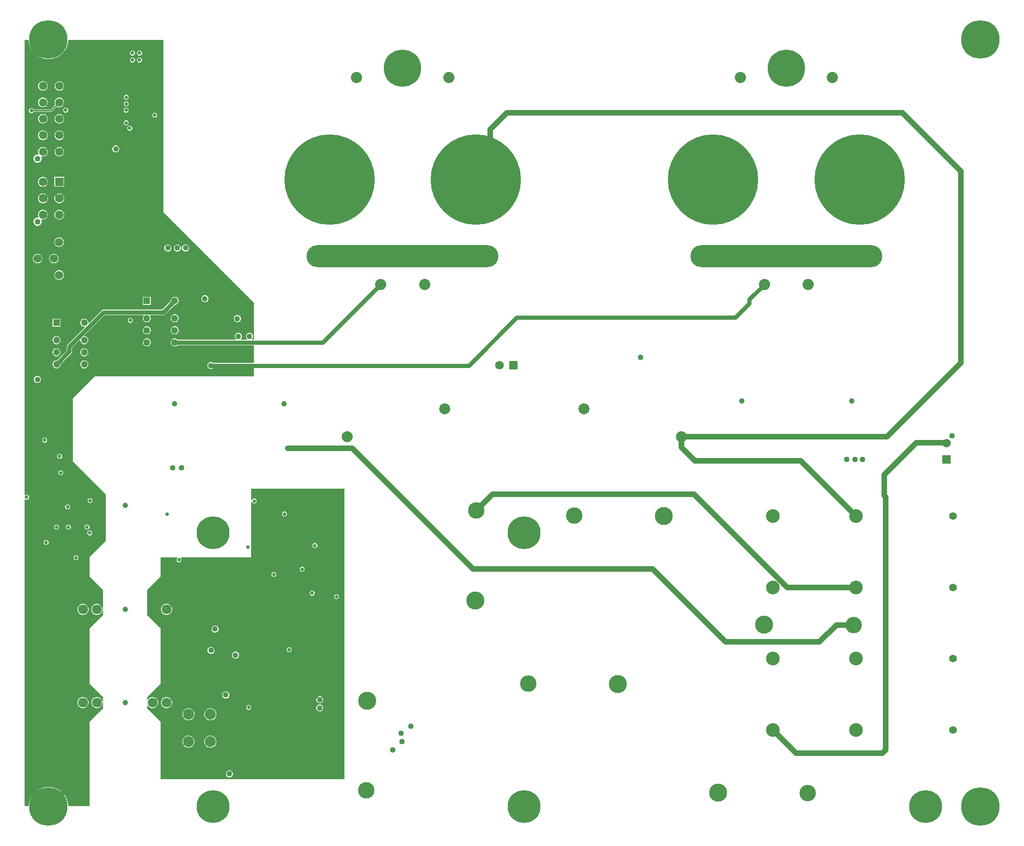
<source format=gbr>
%TF.GenerationSoftware,Altium Limited,Altium Designer,24.2.2 (26)*%
G04 Layer_Physical_Order=2*
G04 Layer_Color=36540*
%FSLAX45Y45*%
%MOMM*%
%TF.SameCoordinates,E62911D3-7CC7-41A5-B2DD-A777233C8753*%
%TF.FilePolarity,Positive*%
%TF.FileFunction,Copper,L2,Inr,Signal*%
%TF.Part,Single*%
G01*
G75*
%TA.AperFunction,Conductor*%
%ADD52C,0.25400*%
%ADD54C,1.01600*%
%ADD55C,0.76200*%
%TA.AperFunction,ComponentPad*%
%ADD56C,3.30000*%
%ADD57C,3.00000*%
%ADD58C,7.00000*%
%ADD59C,6.00000*%
%ADD60C,1.40000*%
%ADD61C,2.50000*%
%ADD62O,35.00000X4.00000*%
%ADD63C,2.03200*%
%ADD64C,6.80000*%
%ADD65C,16.50000*%
%ADD66C,1.52400*%
%TA.AperFunction,WasherPad*%
%ADD67C,1.00000*%
%TA.AperFunction,ComponentPad*%
%ADD68C,2.00000*%
%ADD69C,1.57000*%
%ADD70R,1.57000X1.57000*%
%ADD71C,1.80000*%
%ADD72R,1.25000X1.25000*%
%ADD73C,1.25000*%
%ADD74R,1.57000X1.57000*%
%ADD75C,1.02000*%
%ADD76C,1.52000*%
%TA.AperFunction,ViaPad*%
%ADD78C,0.63500*%
%ADD79C,1.01600*%
G36*
X2600000Y11350000D02*
X4250000Y9700000D01*
Y9019205D01*
X4212069D01*
X4206808Y9031905D01*
X4219433Y9044530D01*
X4229100Y9067869D01*
Y9093131D01*
X4219433Y9116470D01*
X4201570Y9134333D01*
X4178231Y9144000D01*
X4152969D01*
X4129630Y9134333D01*
X4111767Y9116470D01*
X4102100Y9093131D01*
Y9067869D01*
X4111767Y9044530D01*
X4124392Y9031905D01*
X4119131Y9019205D01*
X4008869D01*
X4003608Y9031905D01*
X4016233Y9044530D01*
X4025900Y9067869D01*
Y9093131D01*
X4016233Y9116470D01*
X3998370Y9134333D01*
X3975031Y9144000D01*
X3949769D01*
X3926430Y9134333D01*
X3908567Y9116470D01*
X3898900Y9093131D01*
Y9067869D01*
X3908567Y9044530D01*
X3921192Y9031905D01*
X3915931Y9019205D01*
X2857551D01*
X2848614Y9028142D01*
X2832046Y9037708D01*
X2813566Y9042660D01*
X2794434D01*
X2775954Y9037708D01*
X2759386Y9028142D01*
X2745858Y9014614D01*
X2736292Y8998046D01*
X2731340Y8979566D01*
Y8960434D01*
X2736292Y8941954D01*
X2745858Y8925386D01*
X2759386Y8911858D01*
X2775954Y8902292D01*
X2794434Y8897340D01*
X2813566D01*
X2832046Y8902292D01*
X2848614Y8911858D01*
X2857551Y8920795D01*
X4250000D01*
Y8598505D01*
X3501535D01*
X3496908Y8603133D01*
X3473569Y8612800D01*
X3448307D01*
X3424968Y8603133D01*
X3407105Y8585270D01*
X3397438Y8561931D01*
Y8536669D01*
X3407105Y8513330D01*
X3424968Y8495467D01*
X3448307Y8485800D01*
X3473569D01*
X3496908Y8495467D01*
X3501535Y8500095D01*
X4250000D01*
Y8350000D01*
X1350000D01*
X950000Y7950000D01*
Y6800000D01*
X1550000Y6200000D01*
Y5350000D01*
X1250000Y5050000D01*
Y4700000D01*
X1500000Y4450000D01*
X1500000Y4000000D01*
X1250000Y3750000D01*
Y2750000D01*
X1500000Y2500000D01*
Y2300000D01*
X1250000Y2050000D01*
Y511255D01*
X860160D01*
Y528345D01*
X851292Y584338D01*
X833774Y638253D01*
X808037Y688765D01*
X774715Y734629D01*
X734629Y774715D01*
X688765Y808037D01*
X638253Y833774D01*
X584338Y851292D01*
X528345Y860160D01*
X471655D01*
X415662Y851292D01*
X361747Y833774D01*
X311235Y808037D01*
X265371Y774715D01*
X225285Y734629D01*
X191963Y688765D01*
X166226Y638253D01*
X148708Y584338D01*
X139840Y528345D01*
Y511255D01*
X61338D01*
Y6106240D01*
X74038Y6111500D01*
X76421Y6109117D01*
X92758Y6102350D01*
X110442D01*
X126779Y6109117D01*
X139283Y6121621D01*
X146050Y6137958D01*
Y6155642D01*
X139283Y6171979D01*
X126779Y6184483D01*
X110442Y6191250D01*
X92758D01*
X76421Y6184483D01*
X74038Y6182100D01*
X61338Y6187360D01*
Y14488745D01*
X139840D01*
Y14471655D01*
X148708Y14415662D01*
X166226Y14361746D01*
X191963Y14311235D01*
X225285Y14265372D01*
X265371Y14225285D01*
X311235Y14191963D01*
X361747Y14166226D01*
X415662Y14148708D01*
X471655Y14139841D01*
X528345D01*
X584338Y14148708D01*
X638253Y14166226D01*
X688765Y14191963D01*
X734629Y14225285D01*
X774715Y14265372D01*
X808037Y14311235D01*
X833774Y14361746D01*
X851292Y14415662D01*
X860160Y14471655D01*
Y14488745D01*
X2600000D01*
Y11350000D01*
D02*
G37*
G36*
X5900000Y1000000D02*
X2550000D01*
Y2050000D01*
X2300000Y2300000D01*
Y2347485D01*
X2312700Y2350888D01*
X2319852Y2338500D01*
X2338500Y2319852D01*
X2361340Y2306666D01*
X2386814Y2299840D01*
X2413186D01*
X2438660Y2306666D01*
X2461500Y2319852D01*
X2480148Y2338500D01*
X2493334Y2361340D01*
X2500160Y2386814D01*
Y2413186D01*
X2493334Y2438660D01*
X2480148Y2461500D01*
X2461500Y2480148D01*
X2438660Y2493334D01*
X2413186Y2500160D01*
X2386814D01*
X2361340Y2493334D01*
X2338500Y2480148D01*
X2319852Y2461500D01*
X2312700Y2449112D01*
X2300000Y2452515D01*
Y2500000D01*
X2550000Y2750000D01*
Y3750000D01*
X2300000Y4000000D01*
X2300000D01*
Y4450000D01*
X2550000Y4700000D01*
Y5050000D01*
X2848278D01*
X2853539Y5037300D01*
X2845217Y5028979D01*
X2838450Y5012642D01*
Y4994958D01*
X2845217Y4978621D01*
X2857721Y4966117D01*
X2874058Y4959350D01*
X2891742D01*
X2908079Y4966117D01*
X2920583Y4978621D01*
X2927350Y4994958D01*
Y5012642D01*
X2920583Y5028979D01*
X2912261Y5037300D01*
X2917522Y5050000D01*
X4200000D01*
Y6059184D01*
X4212700Y6061711D01*
X4216817Y6051771D01*
X4229321Y6039267D01*
X4245658Y6032500D01*
X4263342D01*
X4279679Y6039267D01*
X4292183Y6051771D01*
X4298950Y6068108D01*
Y6085792D01*
X4292183Y6102129D01*
X4279679Y6114633D01*
X4263342Y6121400D01*
X4245658D01*
X4229321Y6114633D01*
X4216817Y6102129D01*
X4212700Y6092189D01*
X4200000Y6094716D01*
Y6300000D01*
X5900000D01*
Y1000000D01*
D02*
G37*
%LPC*%
G36*
X2167842Y14293851D02*
X2150158D01*
X2133821Y14287083D01*
X2121317Y14274579D01*
X2114550Y14258241D01*
Y14240558D01*
X2121317Y14224220D01*
X2133821Y14211717D01*
X2150158Y14204950D01*
X2167842D01*
X2184179Y14211717D01*
X2196683Y14224220D01*
X2203450Y14240558D01*
Y14258241D01*
X2196683Y14274579D01*
X2184179Y14287083D01*
X2167842Y14293851D01*
D02*
G37*
G36*
X2040842D02*
X2023158D01*
X2006821Y14287083D01*
X1994317Y14274579D01*
X1987550Y14258241D01*
Y14240558D01*
X1994317Y14224220D01*
X2006821Y14211717D01*
X2023158Y14204950D01*
X2040842D01*
X2057179Y14211717D01*
X2069683Y14224220D01*
X2076450Y14240558D01*
Y14258241D01*
X2069683Y14274579D01*
X2057179Y14287083D01*
X2040842Y14293851D01*
D02*
G37*
G36*
X2167842Y14166850D02*
X2150158D01*
X2133821Y14160083D01*
X2121317Y14147578D01*
X2114550Y14131242D01*
Y14113557D01*
X2121317Y14097221D01*
X2133821Y14084717D01*
X2150158Y14077950D01*
X2167842D01*
X2184179Y14084717D01*
X2196683Y14097221D01*
X2203450Y14113557D01*
Y14131242D01*
X2196683Y14147578D01*
X2184179Y14160083D01*
X2167842Y14166850D01*
D02*
G37*
G36*
X2040842D02*
X2023158D01*
X2006821Y14160083D01*
X1994317Y14147578D01*
X1987550Y14131242D01*
Y14113557D01*
X1994317Y14097221D01*
X2006821Y14084717D01*
X2023158Y14077950D01*
X2040842D01*
X2057179Y14084717D01*
X2069683Y14097221D01*
X2076450Y14113557D01*
Y14131242D01*
X2069683Y14147578D01*
X2057179Y14160083D01*
X2040842Y14166850D01*
D02*
G37*
G36*
X711343Y13736160D02*
X688657D01*
X666743Y13730289D01*
X647096Y13718945D01*
X631055Y13702904D01*
X619712Y13683257D01*
X613840Y13661343D01*
Y13638657D01*
X619712Y13616743D01*
X631055Y13597096D01*
X647096Y13581055D01*
X666743Y13569711D01*
X688657Y13563840D01*
X711343D01*
X733256Y13569711D01*
X752903Y13581055D01*
X768945Y13597096D01*
X780288Y13616743D01*
X786160Y13638657D01*
Y13661343D01*
X780288Y13683257D01*
X768945Y13702904D01*
X752903Y13718945D01*
X733256Y13730289D01*
X711343Y13736160D01*
D02*
G37*
G36*
X411343D02*
X388657D01*
X366743Y13730289D01*
X347097Y13718945D01*
X331055Y13702904D01*
X319712Y13683257D01*
X313840Y13661343D01*
Y13638657D01*
X319712Y13616743D01*
X331055Y13597096D01*
X347097Y13581055D01*
X366743Y13569711D01*
X388657Y13563840D01*
X411343D01*
X433256Y13569711D01*
X452903Y13581055D01*
X468945Y13597096D01*
X480288Y13616743D01*
X486160Y13638657D01*
Y13661343D01*
X480288Y13683257D01*
X468945Y13702904D01*
X452903Y13718945D01*
X433256Y13730289D01*
X411343Y13736160D01*
D02*
G37*
G36*
X1926542Y13486740D02*
X1908858D01*
X1892521Y13479971D01*
X1880017Y13467468D01*
X1873250Y13451131D01*
Y13433447D01*
X1880017Y13417111D01*
X1892521Y13404607D01*
X1908858Y13397839D01*
X1926542D01*
X1942879Y13404607D01*
X1955383Y13417111D01*
X1962150Y13433447D01*
Y13451131D01*
X1955383Y13467468D01*
X1942879Y13479971D01*
X1926542Y13486740D01*
D02*
G37*
G36*
Y13366400D02*
X1908858D01*
X1892521Y13359633D01*
X1880017Y13347128D01*
X1873250Y13330792D01*
Y13313109D01*
X1880017Y13296771D01*
X1892521Y13284268D01*
X1908858Y13277499D01*
X1926542D01*
X1942879Y13284268D01*
X1955383Y13296771D01*
X1962150Y13313109D01*
Y13330792D01*
X1955383Y13347128D01*
X1942879Y13359633D01*
X1926542Y13366400D01*
D02*
G37*
G36*
X711343Y13436160D02*
X688657D01*
X666743Y13430289D01*
X647096Y13418945D01*
X631055Y13402904D01*
X619712Y13383257D01*
X613840Y13361343D01*
Y13338657D01*
X619712Y13316743D01*
X624862Y13307825D01*
X539793Y13222755D01*
X227592D01*
X226817Y13224626D01*
X214313Y13237131D01*
X197976Y13243896D01*
X180292D01*
X163955Y13237131D01*
X151451Y13224626D01*
X144684Y13208289D01*
Y13190607D01*
X151451Y13174269D01*
X163955Y13161765D01*
X180292Y13154997D01*
X197976D01*
X214313Y13161765D01*
X226817Y13174269D01*
X227592Y13176140D01*
X549447D01*
X558367Y13177914D01*
X565928Y13182967D01*
X657824Y13274863D01*
X666743Y13269711D01*
X688657Y13263840D01*
X711343D01*
X733256Y13269711D01*
X752903Y13281055D01*
X768945Y13297096D01*
X780288Y13316743D01*
X786160Y13338657D01*
Y13361343D01*
X780288Y13383257D01*
X768945Y13402904D01*
X752903Y13418945D01*
X733256Y13430289D01*
X711343Y13436160D01*
D02*
G37*
G36*
X411343D02*
X388657D01*
X366743Y13430289D01*
X347097Y13418945D01*
X331055Y13402904D01*
X319712Y13383257D01*
X313840Y13361343D01*
Y13338657D01*
X319712Y13316743D01*
X331055Y13297096D01*
X347097Y13281055D01*
X366743Y13269711D01*
X388657Y13263840D01*
X411343D01*
X433256Y13269711D01*
X452903Y13281055D01*
X468945Y13297096D01*
X480288Y13316743D01*
X486160Y13338657D01*
Y13361343D01*
X480288Y13383257D01*
X468945Y13402904D01*
X452903Y13418945D01*
X433256Y13430289D01*
X411343Y13436160D01*
D02*
G37*
G36*
X1926542Y13252451D02*
X1908858D01*
X1892521Y13245683D01*
X1880017Y13233179D01*
X1873250Y13216843D01*
Y13199158D01*
X1880017Y13182822D01*
X1892521Y13170317D01*
X1908858Y13163550D01*
X1926542D01*
X1942879Y13170317D01*
X1955383Y13182822D01*
X1962150Y13199158D01*
Y13216843D01*
X1955383Y13233179D01*
X1942879Y13245683D01*
X1926542Y13252451D01*
D02*
G37*
G36*
X821642D02*
X803958D01*
X787621Y13245683D01*
X775117Y13233179D01*
X768350Y13216843D01*
Y13199158D01*
X775117Y13182822D01*
X787621Y13170317D01*
X803958Y13163550D01*
X821642D01*
X837979Y13170317D01*
X850483Y13182822D01*
X857250Y13199158D01*
Y13216843D01*
X850483Y13233179D01*
X837979Y13245683D01*
X821642Y13252451D01*
D02*
G37*
G36*
X2446034Y13159843D02*
X2428351D01*
X2412014Y13153076D01*
X2399510Y13140572D01*
X2392742Y13124236D01*
Y13106551D01*
X2399510Y13090215D01*
X2412014Y13077710D01*
X2428351Y13070943D01*
X2446034D01*
X2462371Y13077710D01*
X2474875Y13090215D01*
X2481642Y13106551D01*
Y13124236D01*
X2474875Y13140572D01*
X2462371Y13153076D01*
X2446034Y13159843D01*
D02*
G37*
G36*
X711343Y13136160D02*
X688657D01*
X666743Y13130289D01*
X647096Y13118945D01*
X631055Y13102904D01*
X619712Y13083257D01*
X613840Y13061343D01*
Y13038657D01*
X619712Y13016743D01*
X631055Y12997096D01*
X647096Y12981055D01*
X666743Y12969711D01*
X688657Y12963840D01*
X711343D01*
X733256Y12969711D01*
X752903Y12981055D01*
X768945Y12997096D01*
X780288Y13016743D01*
X786160Y13038657D01*
Y13061343D01*
X780288Y13083257D01*
X768945Y13102904D01*
X752903Y13118945D01*
X733256Y13130289D01*
X711343Y13136160D01*
D02*
G37*
G36*
X411343D02*
X388657D01*
X366743Y13130289D01*
X347097Y13118945D01*
X331055Y13102904D01*
X319712Y13083257D01*
X313840Y13061343D01*
Y13038657D01*
X319712Y13016743D01*
X331055Y12997096D01*
X347097Y12981055D01*
X366743Y12969711D01*
X388657Y12963840D01*
X411343D01*
X433256Y12969711D01*
X452903Y12981055D01*
X468945Y12997096D01*
X480288Y13016743D01*
X486160Y13038657D01*
Y13061343D01*
X480288Y13083257D01*
X468945Y13102904D01*
X452903Y13118945D01*
X433256Y13130289D01*
X411343Y13136160D01*
D02*
G37*
G36*
X1926542Y13021973D02*
X1908858D01*
X1892521Y13015205D01*
X1880017Y13002701D01*
X1873250Y12986365D01*
Y12968681D01*
X1880017Y12952344D01*
X1892521Y12939841D01*
X1908858Y12933072D01*
X1926542D01*
X1942879Y12939841D01*
X1955383Y12952344D01*
X1962150Y12968681D01*
Y12986365D01*
X1955383Y13002701D01*
X1942879Y13015205D01*
X1926542Y13021973D01*
D02*
G37*
G36*
X1990202Y12922090D02*
X1972518D01*
X1956181Y12915323D01*
X1943677Y12902818D01*
X1936910Y12886482D01*
Y12868797D01*
X1943677Y12852461D01*
X1956181Y12839957D01*
X1972518Y12833189D01*
X1990202D01*
X2006539Y12839957D01*
X2019043Y12852461D01*
X2025810Y12868797D01*
Y12886482D01*
X2019043Y12902818D01*
X2006539Y12915323D01*
X1990202Y12922090D01*
D02*
G37*
G36*
X711343Y12836160D02*
X688657D01*
X666743Y12830289D01*
X647096Y12818945D01*
X631055Y12802904D01*
X619712Y12783256D01*
X613840Y12761343D01*
Y12738657D01*
X619712Y12716743D01*
X631055Y12697097D01*
X647096Y12681055D01*
X666743Y12669712D01*
X688657Y12663840D01*
X711343D01*
X733256Y12669712D01*
X752903Y12681055D01*
X768945Y12697097D01*
X780288Y12716743D01*
X786160Y12738657D01*
Y12761343D01*
X780288Y12783256D01*
X768945Y12802904D01*
X752903Y12818945D01*
X733256Y12830289D01*
X711343Y12836160D01*
D02*
G37*
G36*
X411343D02*
X388657D01*
X366743Y12830289D01*
X347097Y12818945D01*
X331055Y12802904D01*
X319712Y12783256D01*
X313840Y12761343D01*
Y12738657D01*
X319712Y12716743D01*
X331055Y12697097D01*
X347097Y12681055D01*
X366743Y12669712D01*
X388657Y12663840D01*
X411343D01*
X433256Y12669712D01*
X452903Y12681055D01*
X468945Y12697097D01*
X480288Y12716743D01*
X486160Y12738657D01*
Y12761343D01*
X480288Y12783256D01*
X468945Y12802904D01*
X452903Y12818945D01*
X433256Y12830289D01*
X411343Y12836160D01*
D02*
G37*
G36*
X1743646Y12563500D02*
X1718384D01*
X1695045Y12553833D01*
X1677182Y12535970D01*
X1667515Y12512631D01*
Y12487369D01*
X1677182Y12464030D01*
X1695045Y12446167D01*
X1718384Y12436500D01*
X1743646D01*
X1766985Y12446167D01*
X1784848Y12464030D01*
X1794515Y12487369D01*
Y12512631D01*
X1784848Y12535970D01*
X1766985Y12553833D01*
X1743646Y12563500D01*
D02*
G37*
G36*
X411343Y12536160D02*
X388657D01*
X366743Y12530288D01*
X347097Y12518945D01*
X331055Y12502903D01*
X319712Y12483256D01*
X313840Y12461343D01*
Y12438657D01*
X319712Y12416744D01*
X324661Y12408171D01*
X316293Y12397265D01*
X312058Y12398400D01*
X291942D01*
X272511Y12393193D01*
X255089Y12383135D01*
X240865Y12368910D01*
X230807Y12351489D01*
X225600Y12332058D01*
Y12311942D01*
X230807Y12292511D01*
X240865Y12275089D01*
X255089Y12260865D01*
X272511Y12250807D01*
X291942Y12245600D01*
X312058D01*
X331489Y12250807D01*
X348910Y12260865D01*
X363135Y12275089D01*
X373193Y12292511D01*
X378400Y12311942D01*
Y12332058D01*
X373193Y12351489D01*
X370907Y12355448D01*
X379276Y12366354D01*
X388657Y12363840D01*
X411343D01*
X433256Y12369712D01*
X452903Y12381055D01*
X468945Y12397097D01*
X480288Y12416744D01*
X486160Y12438657D01*
Y12461343D01*
X480288Y12483256D01*
X468945Y12502903D01*
X452903Y12518945D01*
X433256Y12530288D01*
X411343Y12536160D01*
D02*
G37*
G36*
X711343D02*
X688657D01*
X666743Y12530288D01*
X647096Y12518945D01*
X631055Y12502903D01*
X619712Y12483256D01*
X613840Y12461343D01*
Y12438657D01*
X619712Y12416744D01*
X631055Y12397097D01*
X647096Y12381055D01*
X666743Y12369712D01*
X688657Y12363840D01*
X711343D01*
X733256Y12369712D01*
X752903Y12381055D01*
X768945Y12397097D01*
X780288Y12416744D01*
X786160Y12438657D01*
Y12461343D01*
X780288Y12483256D01*
X768945Y12502903D01*
X752903Y12518945D01*
X733256Y12530288D01*
X711343Y12536160D01*
D02*
G37*
G36*
X788660Y11988660D02*
X611340D01*
Y11811340D01*
X788660D01*
Y11988660D01*
D02*
G37*
G36*
X411672D02*
X388328D01*
X365779Y11982618D01*
X345561Y11970946D01*
X329054Y11954438D01*
X317382Y11934221D01*
X311340Y11911672D01*
Y11888328D01*
X317382Y11865778D01*
X329054Y11845561D01*
X345561Y11829054D01*
X365779Y11817382D01*
X388328Y11811340D01*
X411672D01*
X434221Y11817382D01*
X454439Y11829054D01*
X470946Y11845561D01*
X482618Y11865778D01*
X488660Y11888328D01*
Y11911672D01*
X482618Y11934221D01*
X470946Y11954438D01*
X454439Y11970946D01*
X434221Y11982618D01*
X411672Y11988660D01*
D02*
G37*
G36*
X711672Y11688660D02*
X688328D01*
X665779Y11682618D01*
X645562Y11670946D01*
X629054Y11654438D01*
X617382Y11634221D01*
X611340Y11611672D01*
Y11588328D01*
X617382Y11565778D01*
X629054Y11545561D01*
X645562Y11529054D01*
X665779Y11517382D01*
X688328Y11511340D01*
X711672D01*
X734222Y11517382D01*
X754439Y11529054D01*
X770946Y11545561D01*
X782618Y11565778D01*
X788660Y11588328D01*
Y11611672D01*
X782618Y11634221D01*
X770946Y11654438D01*
X754439Y11670946D01*
X734222Y11682618D01*
X711672Y11688660D01*
D02*
G37*
G36*
X411672D02*
X388328D01*
X365779Y11682618D01*
X345561Y11670946D01*
X329054Y11654438D01*
X317382Y11634221D01*
X311340Y11611672D01*
Y11588328D01*
X317382Y11565778D01*
X329054Y11545561D01*
X345561Y11529054D01*
X365779Y11517382D01*
X388328Y11511340D01*
X411672D01*
X434221Y11517382D01*
X454439Y11529054D01*
X470946Y11545561D01*
X482618Y11565778D01*
X488660Y11588328D01*
Y11611672D01*
X482618Y11634221D01*
X470946Y11654438D01*
X454439Y11670946D01*
X434221Y11682618D01*
X411672Y11688660D01*
D02*
G37*
G36*
Y11388660D02*
X388328D01*
X365779Y11382618D01*
X345561Y11370946D01*
X329054Y11354439D01*
X317382Y11334221D01*
X311340Y11311672D01*
Y11288328D01*
X317382Y11265779D01*
X321246Y11259086D01*
X312877Y11248180D01*
X312058Y11248400D01*
X291942D01*
X272511Y11243193D01*
X255090Y11233135D01*
X240865Y11218911D01*
X230807Y11201489D01*
X225600Y11182058D01*
Y11161942D01*
X230807Y11142511D01*
X240865Y11125090D01*
X255090Y11110865D01*
X272511Y11100807D01*
X291942Y11095600D01*
X312058D01*
X331489Y11100807D01*
X348911Y11110865D01*
X363135Y11125090D01*
X373193Y11142511D01*
X378400Y11161942D01*
Y11182058D01*
X373193Y11201489D01*
X372676Y11202386D01*
X381044Y11213292D01*
X388328Y11211340D01*
X411672D01*
X434221Y11217382D01*
X454439Y11229054D01*
X470946Y11245561D01*
X482618Y11265779D01*
X488660Y11288328D01*
Y11311672D01*
X482618Y11334221D01*
X470946Y11354439D01*
X454439Y11370946D01*
X434221Y11382618D01*
X411672Y11388660D01*
D02*
G37*
G36*
X711672D02*
X688328D01*
X665779Y11382618D01*
X645562Y11370946D01*
X629054Y11354439D01*
X617382Y11334221D01*
X611340Y11311672D01*
Y11288328D01*
X617382Y11265779D01*
X629054Y11245561D01*
X645562Y11229054D01*
X665779Y11217382D01*
X688328Y11211340D01*
X711672D01*
X734222Y11217382D01*
X754439Y11229054D01*
X770946Y11245561D01*
X782618Y11265779D01*
X788660Y11288328D01*
Y11311672D01*
X782618Y11334221D01*
X770946Y11354439D01*
X754439Y11370946D01*
X734222Y11382618D01*
X711672Y11388660D01*
D02*
G37*
G36*
X705370Y10886359D02*
X682631D01*
X660666Y10880474D01*
X640974Y10869104D01*
X624895Y10853025D01*
X613525Y10833333D01*
X607640Y10811369D01*
Y10788629D01*
X613525Y10766665D01*
X624895Y10746973D01*
X640974Y10730894D01*
X660666Y10719524D01*
X682631Y10713639D01*
X705370D01*
X727334Y10719524D01*
X747026Y10730894D01*
X763105Y10746973D01*
X774475Y10766665D01*
X780360Y10788629D01*
Y10811369D01*
X774475Y10833333D01*
X763105Y10853025D01*
X747026Y10869104D01*
X727334Y10880474D01*
X705370Y10886359D01*
D02*
G37*
G36*
X3014032Y10756900D02*
X2988770D01*
X2965431Y10747233D01*
X2947568Y10729370D01*
X2937901Y10706031D01*
Y10680769D01*
X2947568Y10657430D01*
X2965431Y10639567D01*
X2988770Y10629900D01*
X3014032D01*
X3037371Y10639567D01*
X3055234Y10657430D01*
X3064901Y10680769D01*
Y10706031D01*
X3055234Y10729370D01*
X3037371Y10747233D01*
X3014032Y10756900D01*
D02*
G37*
G36*
X2863781D02*
X2838519D01*
X2815180Y10747233D01*
X2797317Y10729370D01*
X2787650Y10706031D01*
Y10680769D01*
X2797317Y10657430D01*
X2815180Y10639567D01*
X2838519Y10629900D01*
X2863781D01*
X2887120Y10639567D01*
X2904983Y10657430D01*
X2914650Y10680769D01*
Y10706031D01*
X2904983Y10729370D01*
X2887120Y10747233D01*
X2863781Y10756900D01*
D02*
G37*
G36*
X2692331D02*
X2667069D01*
X2643730Y10747233D01*
X2625867Y10729370D01*
X2616200Y10706031D01*
Y10680769D01*
X2625867Y10657430D01*
X2643730Y10639567D01*
X2667069Y10629900D01*
X2692331D01*
X2715670Y10639567D01*
X2733533Y10657430D01*
X2743200Y10680769D01*
Y10706031D01*
X2733533Y10729370D01*
X2715670Y10747233D01*
X2692331Y10756900D01*
D02*
G37*
G36*
X611370Y10586360D02*
X588631D01*
X566666Y10580475D01*
X546974Y10569105D01*
X530895Y10553026D01*
X519525Y10533334D01*
X513640Y10511370D01*
Y10488631D01*
X519525Y10466666D01*
X530895Y10446974D01*
X546974Y10430895D01*
X566666Y10419525D01*
X588631Y10413640D01*
X611370D01*
X633334Y10419525D01*
X653026Y10430895D01*
X669105Y10446974D01*
X680475Y10466666D01*
X686360Y10488631D01*
Y10511370D01*
X680475Y10533334D01*
X669105Y10553026D01*
X653026Y10569105D01*
X633334Y10580475D01*
X611370Y10586360D01*
D02*
G37*
G36*
X311370D02*
X288631D01*
X266666Y10580475D01*
X246974Y10569105D01*
X230895Y10553026D01*
X219525Y10533334D01*
X213640Y10511370D01*
Y10488631D01*
X219525Y10466666D01*
X230895Y10446974D01*
X246974Y10430895D01*
X266666Y10419525D01*
X288631Y10413640D01*
X311370D01*
X333334Y10419525D01*
X353026Y10430895D01*
X369105Y10446974D01*
X380475Y10466666D01*
X386360Y10488631D01*
Y10511370D01*
X380475Y10533334D01*
X369105Y10553026D01*
X353026Y10569105D01*
X333334Y10580475D01*
X311370Y10586360D01*
D02*
G37*
G36*
X705370Y10286360D02*
X682631D01*
X660666Y10280475D01*
X640974Y10269105D01*
X624895Y10253026D01*
X613525Y10233334D01*
X607640Y10211370D01*
Y10188631D01*
X613525Y10166666D01*
X624895Y10146974D01*
X640974Y10130895D01*
X660666Y10119525D01*
X682631Y10113640D01*
X705370D01*
X727334Y10119525D01*
X747026Y10130895D01*
X763105Y10146974D01*
X774475Y10166666D01*
X780360Y10188631D01*
Y10211370D01*
X774475Y10233334D01*
X763105Y10253026D01*
X747026Y10269105D01*
X727334Y10280475D01*
X705370Y10286360D01*
D02*
G37*
G36*
X3365431Y9829800D02*
X3340169D01*
X3316830Y9820133D01*
X3298967Y9802270D01*
X3289300Y9778931D01*
Y9753669D01*
X3298967Y9730330D01*
X3316830Y9712467D01*
X3340169Y9702800D01*
X3365431D01*
X3388770Y9712467D01*
X3406633Y9730330D01*
X3416300Y9753669D01*
Y9778931D01*
X3406633Y9802270D01*
X3388770Y9820133D01*
X3365431Y9829800D01*
D02*
G37*
G36*
X2368660Y9802660D02*
X2223340D01*
Y9657340D01*
X2368660D01*
Y9802660D01*
D02*
G37*
G36*
X3959791Y9467887D02*
X3934529D01*
X3911190Y9458220D01*
X3893327Y9440357D01*
X3883660Y9417018D01*
Y9391756D01*
X3893327Y9368417D01*
X3911190Y9350555D01*
X3934529Y9340887D01*
X3959791D01*
X3983130Y9350555D01*
X4000993Y9368417D01*
X4010660Y9391756D01*
Y9417018D01*
X4000993Y9440357D01*
X3983130Y9458220D01*
X3959791Y9467887D01*
D02*
G37*
G36*
X2813566Y9482660D02*
X2794434D01*
X2775954Y9477708D01*
X2759386Y9468142D01*
X2745858Y9454614D01*
X2736292Y9438046D01*
X2731340Y9419566D01*
Y9400434D01*
X2736292Y9381954D01*
X2745858Y9365386D01*
X2759386Y9351858D01*
X2775954Y9342292D01*
X2794434Y9337340D01*
X2813566D01*
X2832046Y9342292D01*
X2848614Y9351858D01*
X2862142Y9365386D01*
X2871708Y9381954D01*
X2876660Y9400434D01*
Y9419566D01*
X2871708Y9438046D01*
X2862142Y9454614D01*
X2848614Y9468142D01*
X2832046Y9477708D01*
X2813566Y9482660D01*
D02*
G37*
G36*
Y9802660D02*
X2794434D01*
X2775954Y9797708D01*
X2759386Y9788142D01*
X2745858Y9774614D01*
X2736292Y9758046D01*
X2731340Y9739566D01*
Y9726927D01*
X2574378Y9569965D01*
X1508122D01*
X1489292Y9566220D01*
X1473329Y9555553D01*
X1239360Y9321585D01*
X1226660Y9326845D01*
Y9339566D01*
X1221708Y9358046D01*
X1212142Y9374614D01*
X1198614Y9388142D01*
X1182046Y9397708D01*
X1163566Y9402660D01*
X1144434D01*
X1125954Y9397708D01*
X1109386Y9388142D01*
X1095858Y9374614D01*
X1086292Y9358046D01*
X1081340Y9339566D01*
Y9320434D01*
X1086292Y9301954D01*
X1095858Y9285386D01*
X1109386Y9271858D01*
X1125954Y9262292D01*
X1144434Y9257340D01*
X1157154D01*
X1162415Y9244640D01*
X846936Y8929161D01*
X836270Y8913198D01*
X832524Y8894368D01*
Y8826111D01*
X649073Y8642660D01*
X636434D01*
X617954Y8637708D01*
X601386Y8628142D01*
X587858Y8614614D01*
X578292Y8598046D01*
X573340Y8579566D01*
Y8560434D01*
X578292Y8541954D01*
X587858Y8525386D01*
X601386Y8511858D01*
X617954Y8502292D01*
X636434Y8497340D01*
X655566D01*
X674046Y8502292D01*
X690614Y8511858D01*
X704142Y8525386D01*
X713708Y8541954D01*
X718660Y8560434D01*
Y8573073D01*
X916523Y8770936D01*
X927190Y8786899D01*
X930935Y8805730D01*
Y8873986D01*
X1068640Y9011691D01*
X1081340Y9006431D01*
Y9000434D01*
X1086292Y8981954D01*
X1095858Y8965385D01*
X1109386Y8951857D01*
X1125954Y8942291D01*
X1144434Y8937340D01*
X1163566D01*
X1182046Y8942291D01*
X1198614Y8951857D01*
X1212142Y8965385D01*
X1221708Y8981954D01*
X1226660Y9000434D01*
Y9019566D01*
X1221708Y9038045D01*
X1212142Y9054614D01*
X1198614Y9068142D01*
X1182046Y9077708D01*
X1163566Y9082660D01*
X1157569D01*
X1152309Y9095360D01*
X1528503Y9471555D01*
X2236837D01*
X2242098Y9458855D01*
X2237858Y9454614D01*
X2228292Y9438046D01*
X2223340Y9419566D01*
Y9400434D01*
X2228292Y9381954D01*
X2237858Y9365386D01*
X2251386Y9351858D01*
X2267954Y9342292D01*
X2286434Y9337340D01*
X2305566D01*
X2324046Y9342292D01*
X2340614Y9351858D01*
X2354142Y9365386D01*
X2363708Y9381954D01*
X2368660Y9400434D01*
Y9419566D01*
X2363708Y9438046D01*
X2354142Y9454614D01*
X2349902Y9458855D01*
X2355163Y9471555D01*
X2594760D01*
X2613590Y9475300D01*
X2629553Y9485967D01*
X2800927Y9657340D01*
X2813566D01*
X2832046Y9662292D01*
X2848614Y9671858D01*
X2862142Y9685386D01*
X2871708Y9701954D01*
X2876660Y9720434D01*
Y9739566D01*
X2871708Y9758046D01*
X2862142Y9774614D01*
X2848614Y9788142D01*
X2832046Y9797708D01*
X2813566Y9802660D01*
D02*
G37*
G36*
X2002742Y9417050D02*
X1985058D01*
X1968721Y9410283D01*
X1956217Y9397779D01*
X1949450Y9381442D01*
Y9363758D01*
X1956217Y9347421D01*
X1968721Y9334917D01*
X1985058Y9328150D01*
X2002742D01*
X2019079Y9334917D01*
X2031583Y9347421D01*
X2038350Y9363758D01*
Y9381442D01*
X2031583Y9397779D01*
X2019079Y9410283D01*
X2002742Y9417050D01*
D02*
G37*
G36*
X718660Y9402660D02*
X573340D01*
Y9257340D01*
X718660D01*
Y9402660D01*
D02*
G37*
G36*
X2813566Y9262660D02*
X2794434D01*
X2775954Y9257708D01*
X2759386Y9248143D01*
X2745858Y9234614D01*
X2736292Y9218046D01*
X2731340Y9199566D01*
Y9180434D01*
X2736292Y9161954D01*
X2745858Y9145386D01*
X2759386Y9131858D01*
X2775954Y9122292D01*
X2794434Y9117340D01*
X2813566D01*
X2832046Y9122292D01*
X2848614Y9131858D01*
X2862142Y9145386D01*
X2871708Y9161954D01*
X2876660Y9180434D01*
Y9199566D01*
X2871708Y9218046D01*
X2862142Y9234614D01*
X2848614Y9248143D01*
X2832046Y9257708D01*
X2813566Y9262660D01*
D02*
G37*
G36*
X2305566D02*
X2286434D01*
X2267954Y9257708D01*
X2251386Y9248143D01*
X2237858Y9234614D01*
X2228292Y9218046D01*
X2223340Y9199566D01*
Y9180434D01*
X2228292Y9161954D01*
X2237858Y9145386D01*
X2251386Y9131858D01*
X2267954Y9122292D01*
X2286434Y9117340D01*
X2305566D01*
X2324046Y9122292D01*
X2340614Y9131858D01*
X2354142Y9145386D01*
X2363708Y9161954D01*
X2368660Y9180434D01*
Y9199566D01*
X2363708Y9218046D01*
X2354142Y9234614D01*
X2340614Y9248143D01*
X2324046Y9257708D01*
X2305566Y9262660D01*
D02*
G37*
G36*
X655566Y9082660D02*
X636434D01*
X617954Y9077708D01*
X601386Y9068142D01*
X587858Y9054614D01*
X578292Y9038045D01*
X573340Y9019566D01*
Y9000434D01*
X578292Y8981954D01*
X587858Y8965385D01*
X601386Y8951857D01*
X617954Y8942291D01*
X636434Y8937340D01*
X655566D01*
X674046Y8942291D01*
X690614Y8951857D01*
X704142Y8965385D01*
X713708Y8981954D01*
X718660Y9000434D01*
Y9019566D01*
X713708Y9038045D01*
X704142Y9054614D01*
X690614Y9068142D01*
X674046Y9077708D01*
X655566Y9082660D01*
D02*
G37*
G36*
X2305566Y9042660D02*
X2286434D01*
X2267954Y9037708D01*
X2251386Y9028142D01*
X2237858Y9014614D01*
X2228292Y8998046D01*
X2223340Y8979566D01*
Y8960434D01*
X2228292Y8941954D01*
X2237858Y8925386D01*
X2251386Y8911858D01*
X2267954Y8902292D01*
X2286434Y8897340D01*
X2305566D01*
X2324046Y8902292D01*
X2340614Y8911858D01*
X2354142Y8925386D01*
X2363708Y8941954D01*
X2368660Y8960434D01*
Y8979566D01*
X2363708Y8998046D01*
X2354142Y9014614D01*
X2340614Y9028142D01*
X2324046Y9037708D01*
X2305566Y9042660D01*
D02*
G37*
G36*
X1163566Y8862660D02*
X1144434D01*
X1125954Y8857708D01*
X1109386Y8848142D01*
X1095858Y8834614D01*
X1086292Y8818046D01*
X1081340Y8799566D01*
Y8780434D01*
X1086292Y8761954D01*
X1095858Y8745386D01*
X1109386Y8731858D01*
X1125954Y8722292D01*
X1144434Y8717340D01*
X1163566D01*
X1182046Y8722292D01*
X1198614Y8731858D01*
X1212142Y8745386D01*
X1221708Y8761954D01*
X1226660Y8780434D01*
Y8799566D01*
X1221708Y8818046D01*
X1212142Y8834614D01*
X1198614Y8848142D01*
X1182046Y8857708D01*
X1163566Y8862660D01*
D02*
G37*
G36*
X655566D02*
X636434D01*
X617954Y8857708D01*
X601386Y8848142D01*
X587858Y8834614D01*
X578292Y8818046D01*
X573340Y8799566D01*
Y8780434D01*
X578292Y8761954D01*
X587858Y8745386D01*
X601386Y8731858D01*
X617954Y8722292D01*
X636434Y8717340D01*
X655566D01*
X674046Y8722292D01*
X690614Y8731858D01*
X704142Y8745386D01*
X713708Y8761954D01*
X718660Y8780434D01*
Y8799566D01*
X713708Y8818046D01*
X704142Y8834614D01*
X690614Y8848142D01*
X674046Y8857708D01*
X655566Y8862660D01*
D02*
G37*
G36*
X1163566Y8642660D02*
X1144434D01*
X1125954Y8637708D01*
X1109386Y8628142D01*
X1095858Y8614614D01*
X1086292Y8598046D01*
X1081340Y8579566D01*
Y8560434D01*
X1086292Y8541954D01*
X1095858Y8525386D01*
X1109386Y8511858D01*
X1125954Y8502292D01*
X1144434Y8497340D01*
X1163566D01*
X1182046Y8502292D01*
X1198614Y8511858D01*
X1212142Y8525386D01*
X1221708Y8541954D01*
X1226660Y8560434D01*
Y8579566D01*
X1221708Y8598046D01*
X1212142Y8614614D01*
X1198614Y8628142D01*
X1182046Y8637708D01*
X1163566Y8642660D01*
D02*
G37*
G36*
X312631Y8359034D02*
X287369D01*
X264030Y8349367D01*
X246167Y8331504D01*
X236500Y8308165D01*
Y8282903D01*
X246167Y8259564D01*
X264030Y8241702D01*
X287369Y8232034D01*
X312631D01*
X335970Y8241702D01*
X353833Y8259564D01*
X363500Y8282903D01*
Y8308165D01*
X353833Y8331504D01*
X335970Y8349367D01*
X312631Y8359034D01*
D02*
G37*
G36*
X439442Y7231450D02*
X421758D01*
X405421Y7224683D01*
X392917Y7212179D01*
X386150Y7195842D01*
Y7178158D01*
X392917Y7161821D01*
X405421Y7149317D01*
X421758Y7142550D01*
X439442D01*
X455779Y7149317D01*
X468283Y7161821D01*
X475050Y7178158D01*
Y7195842D01*
X468283Y7212179D01*
X455779Y7224683D01*
X439442Y7231450D01*
D02*
G37*
G36*
X712602Y6937011D02*
X694919D01*
X678582Y6930243D01*
X666078Y6917739D01*
X659311Y6901402D01*
Y6883719D01*
X666078Y6867382D01*
X678582Y6854878D01*
X694919Y6848111D01*
X712602D01*
X728939Y6854878D01*
X741443Y6867382D01*
X748211Y6883719D01*
Y6901402D01*
X741443Y6917739D01*
X728939Y6930243D01*
X712602Y6937011D01*
D02*
G37*
G36*
X732742Y6635750D02*
X715058D01*
X698721Y6628983D01*
X686217Y6616479D01*
X679450Y6600142D01*
Y6582458D01*
X686217Y6566121D01*
X698721Y6553617D01*
X715058Y6546850D01*
X732742D01*
X749079Y6553617D01*
X761583Y6566121D01*
X768350Y6582458D01*
Y6600142D01*
X761583Y6616479D01*
X749079Y6628983D01*
X732742Y6635750D01*
D02*
G37*
G36*
X1266142Y6127750D02*
X1248458D01*
X1232121Y6120983D01*
X1219617Y6108479D01*
X1212850Y6092142D01*
Y6074458D01*
X1219617Y6058121D01*
X1232121Y6045617D01*
X1248458Y6038850D01*
X1266142D01*
X1282479Y6045617D01*
X1294983Y6058121D01*
X1301750Y6074458D01*
Y6092142D01*
X1294983Y6108479D01*
X1282479Y6120983D01*
X1266142Y6127750D01*
D02*
G37*
G36*
X858992Y6014200D02*
X841308D01*
X824971Y6007433D01*
X812467Y5994929D01*
X805700Y5978592D01*
Y5960908D01*
X812467Y5944571D01*
X824971Y5932067D01*
X841308Y5925300D01*
X858992D01*
X875329Y5932067D01*
X887833Y5944571D01*
X894600Y5960908D01*
Y5978592D01*
X887833Y5994929D01*
X875329Y6007433D01*
X858992Y6014200D01*
D02*
G37*
G36*
X872442Y5645150D02*
X854758D01*
X838421Y5638383D01*
X825917Y5625879D01*
X819150Y5609542D01*
Y5591858D01*
X825917Y5575521D01*
X838421Y5563017D01*
X854758Y5556250D01*
X872442D01*
X888779Y5563017D01*
X901283Y5575521D01*
X908050Y5591858D01*
Y5609542D01*
X901283Y5625879D01*
X888779Y5638383D01*
X872442Y5645150D01*
D02*
G37*
G36*
X656542D02*
X638858D01*
X622521Y5638383D01*
X610017Y5625879D01*
X603250Y5609542D01*
Y5591858D01*
X610017Y5575521D01*
X622521Y5563017D01*
X638858Y5556250D01*
X656542D01*
X672879Y5563017D01*
X685383Y5575521D01*
X692150Y5591858D01*
Y5609542D01*
X685383Y5625879D01*
X672879Y5638383D01*
X656542Y5645150D01*
D02*
G37*
G36*
X1211266Y5644074D02*
X1193583D01*
X1177246Y5637307D01*
X1164742Y5624803D01*
X1157974Y5608466D01*
Y5590783D01*
X1164742Y5574446D01*
X1177246Y5561942D01*
X1193583Y5555174D01*
X1211266D01*
X1227603Y5561942D01*
X1240107Y5574446D01*
X1246874Y5590783D01*
Y5608466D01*
X1240107Y5624803D01*
X1227603Y5637307D01*
X1211266Y5644074D01*
D02*
G37*
G36*
X1259929Y5537998D02*
X1242245D01*
X1225908Y5531231D01*
X1213404Y5518727D01*
X1206637Y5502390D01*
Y5484707D01*
X1213404Y5468370D01*
X1225908Y5455866D01*
X1242245Y5449098D01*
X1259929D01*
X1276266Y5455866D01*
X1288770Y5468370D01*
X1295537Y5484707D01*
Y5502390D01*
X1288770Y5518727D01*
X1276266Y5531231D01*
X1259929Y5537998D01*
D02*
G37*
G36*
X466042Y5365750D02*
X448358D01*
X432021Y5358983D01*
X419517Y5346479D01*
X412750Y5330142D01*
Y5312458D01*
X419517Y5296121D01*
X432021Y5283617D01*
X448358Y5276850D01*
X466042D01*
X482379Y5283617D01*
X494883Y5296121D01*
X501650Y5312458D01*
Y5330142D01*
X494883Y5346479D01*
X482379Y5358983D01*
X466042Y5365750D01*
D02*
G37*
G36*
X1012142Y5086350D02*
X994458D01*
X978121Y5079583D01*
X965617Y5067079D01*
X958850Y5050742D01*
Y5033058D01*
X965617Y5016721D01*
X978121Y5004217D01*
X994458Y4997450D01*
X1012142D01*
X1028479Y5004217D01*
X1040983Y5016721D01*
X1047750Y5033058D01*
Y5050742D01*
X1040983Y5067079D01*
X1028479Y5079583D01*
X1012142Y5086350D01*
D02*
G37*
G36*
X1397187Y4200159D02*
X1370814D01*
X1345340Y4193334D01*
X1322501Y4180148D01*
X1303852Y4161499D01*
X1290666Y4138660D01*
X1283840Y4113186D01*
Y4086813D01*
X1290666Y4061339D01*
X1303852Y4038500D01*
X1322501Y4019852D01*
X1345340Y4006666D01*
X1370814Y3999840D01*
X1397187D01*
X1422661Y4006666D01*
X1445500Y4019852D01*
X1464148Y4038500D01*
X1477334Y4061339D01*
X1484160Y4086813D01*
Y4113186D01*
X1477334Y4138660D01*
X1464148Y4161499D01*
X1445500Y4180148D01*
X1422661Y4193334D01*
X1397187Y4200159D01*
D02*
G37*
G36*
X1143187D02*
X1116814D01*
X1091340Y4193334D01*
X1068501Y4180148D01*
X1049852Y4161499D01*
X1036666Y4138660D01*
X1029840Y4113186D01*
Y4086813D01*
X1036666Y4061339D01*
X1049852Y4038500D01*
X1068501Y4019852D01*
X1091340Y4006666D01*
X1116814Y3999840D01*
X1143187D01*
X1168661Y4006666D01*
X1191500Y4019852D01*
X1210148Y4038500D01*
X1223334Y4061339D01*
X1230160Y4086813D01*
Y4113186D01*
X1223334Y4138660D01*
X1210148Y4161499D01*
X1191500Y4180148D01*
X1168661Y4193334D01*
X1143187Y4200159D01*
D02*
G37*
G36*
X1397186Y2500160D02*
X1370814D01*
X1345340Y2493334D01*
X1322500Y2480148D01*
X1303852Y2461500D01*
X1290666Y2438660D01*
X1283840Y2413186D01*
Y2386814D01*
X1290666Y2361340D01*
X1303852Y2338500D01*
X1322500Y2319852D01*
X1345340Y2306666D01*
X1370814Y2299840D01*
X1397186D01*
X1422660Y2306666D01*
X1445500Y2319852D01*
X1464148Y2338500D01*
X1477334Y2361340D01*
X1484160Y2386814D01*
Y2413186D01*
X1477334Y2438660D01*
X1464148Y2461500D01*
X1445500Y2480148D01*
X1422660Y2493334D01*
X1397186Y2500160D01*
D02*
G37*
G36*
X1143186D02*
X1116814D01*
X1091340Y2493334D01*
X1068500Y2480148D01*
X1049852Y2461500D01*
X1036666Y2438660D01*
X1029840Y2413186D01*
Y2386814D01*
X1036666Y2361340D01*
X1049852Y2338500D01*
X1068500Y2319852D01*
X1091340Y2306666D01*
X1116814Y2299840D01*
X1143186D01*
X1168660Y2306666D01*
X1191500Y2319852D01*
X1210148Y2338500D01*
X1223334Y2361340D01*
X1230160Y2386814D01*
Y2413186D01*
X1223334Y2438660D01*
X1210148Y2461500D01*
X1191500Y2480148D01*
X1168660Y2493334D01*
X1143186Y2500160D01*
D02*
G37*
G36*
X4813842Y5883000D02*
X4796158D01*
X4779821Y5876233D01*
X4767317Y5863729D01*
X4760550Y5847392D01*
Y5829708D01*
X4767317Y5813371D01*
X4779821Y5800867D01*
X4796158Y5794100D01*
X4813842D01*
X4830179Y5800867D01*
X4842683Y5813371D01*
X4849450Y5829708D01*
Y5847392D01*
X4842683Y5863729D01*
X4830179Y5876233D01*
X4813842Y5883000D01*
D02*
G37*
G36*
X5368242Y5308600D02*
X5350558D01*
X5334221Y5301833D01*
X5321717Y5289329D01*
X5314950Y5272992D01*
Y5255308D01*
X5321717Y5238971D01*
X5334221Y5226467D01*
X5350558Y5219700D01*
X5368242D01*
X5384579Y5226467D01*
X5397083Y5238971D01*
X5403850Y5255308D01*
Y5272992D01*
X5397083Y5289329D01*
X5384579Y5301833D01*
X5368242Y5308600D01*
D02*
G37*
G36*
X5136142Y4877099D02*
X5118458D01*
X5102121Y4870331D01*
X5089617Y4857827D01*
X5082850Y4841490D01*
Y4823807D01*
X5089617Y4807470D01*
X5102121Y4794966D01*
X5118458Y4788199D01*
X5136142D01*
X5152479Y4794966D01*
X5164983Y4807470D01*
X5171750Y4823807D01*
Y4841490D01*
X5164983Y4857827D01*
X5152479Y4870331D01*
X5136142Y4877099D01*
D02*
G37*
G36*
X4618942Y4781550D02*
X4601258D01*
X4584921Y4774783D01*
X4572417Y4762279D01*
X4565650Y4745942D01*
Y4728258D01*
X4572417Y4711921D01*
X4584921Y4699417D01*
X4601258Y4692650D01*
X4618942D01*
X4635279Y4699417D01*
X4647783Y4711921D01*
X4654550Y4728258D01*
Y4745942D01*
X4647783Y4762279D01*
X4635279Y4774783D01*
X4618942Y4781550D01*
D02*
G37*
G36*
X5317442Y4438650D02*
X5299758D01*
X5283421Y4431883D01*
X5270917Y4419379D01*
X5264150Y4403042D01*
Y4385358D01*
X5270917Y4369021D01*
X5283421Y4356517D01*
X5299758Y4349750D01*
X5317442D01*
X5333779Y4356517D01*
X5346283Y4369021D01*
X5353050Y4385358D01*
Y4403042D01*
X5346283Y4419379D01*
X5333779Y4431883D01*
X5317442Y4438650D01*
D02*
G37*
G36*
X5761942Y4375150D02*
X5744258D01*
X5727921Y4368383D01*
X5715417Y4355879D01*
X5708650Y4339542D01*
Y4321858D01*
X5715417Y4305521D01*
X5727921Y4293017D01*
X5744258Y4286250D01*
X5761942D01*
X5778279Y4293017D01*
X5790783Y4305521D01*
X5797550Y4321858D01*
Y4339542D01*
X5790783Y4355879D01*
X5778279Y4368383D01*
X5761942Y4375150D01*
D02*
G37*
G36*
X2667187Y4200159D02*
X2640814D01*
X2615340Y4193334D01*
X2592501Y4180148D01*
X2573852Y4161499D01*
X2560666Y4138660D01*
X2553840Y4113186D01*
Y4086813D01*
X2560666Y4061339D01*
X2573852Y4038500D01*
X2592501Y4019852D01*
X2615340Y4006666D01*
X2640814Y3999840D01*
X2667187D01*
X2692661Y4006666D01*
X2715500Y4019852D01*
X2734148Y4038500D01*
X2747334Y4061339D01*
X2754160Y4086813D01*
Y4113186D01*
X2747334Y4138660D01*
X2734148Y4161499D01*
X2715500Y4180148D01*
X2692661Y4193334D01*
X2667187Y4200159D01*
D02*
G37*
G36*
X3551285Y3804764D02*
X3526023D01*
X3502684Y3795096D01*
X3484821Y3777233D01*
X3475154Y3753894D01*
Y3728633D01*
X3484821Y3705294D01*
X3502684Y3687431D01*
X3526023Y3677764D01*
X3551285D01*
X3574624Y3687431D01*
X3592487Y3705294D01*
X3602154Y3728633D01*
Y3753894D01*
X3592487Y3777233D01*
X3574624Y3795096D01*
X3551285Y3804764D01*
D02*
G37*
G36*
X4898342Y3409950D02*
X4880658D01*
X4864321Y3403183D01*
X4851817Y3390679D01*
X4845050Y3374342D01*
Y3356658D01*
X4851817Y3340321D01*
X4864321Y3327817D01*
X4880658Y3321050D01*
X4898342D01*
X4914679Y3327817D01*
X4927183Y3340321D01*
X4933950Y3356658D01*
Y3374342D01*
X4927183Y3390679D01*
X4914679Y3403183D01*
X4898342Y3409950D01*
D02*
G37*
G36*
X3479731Y3416300D02*
X3454469D01*
X3431130Y3406633D01*
X3413267Y3388770D01*
X3403600Y3365431D01*
Y3340169D01*
X3413267Y3316830D01*
X3431130Y3298967D01*
X3454469Y3289300D01*
X3479731D01*
X3503070Y3298967D01*
X3520933Y3316830D01*
X3530600Y3340169D01*
Y3365431D01*
X3520933Y3388770D01*
X3503070Y3406633D01*
X3479731Y3416300D01*
D02*
G37*
G36*
X3924231Y3327400D02*
X3898969D01*
X3875630Y3317733D01*
X3857767Y3299870D01*
X3848100Y3276531D01*
Y3251269D01*
X3857767Y3227930D01*
X3875630Y3210067D01*
X3898969Y3200400D01*
X3924231D01*
X3947570Y3210067D01*
X3965433Y3227930D01*
X3975100Y3251269D01*
Y3276531D01*
X3965433Y3299870D01*
X3947570Y3317733D01*
X3924231Y3327400D01*
D02*
G37*
G36*
X3746431Y2603500D02*
X3721169D01*
X3697830Y2593833D01*
X3679967Y2575970D01*
X3670300Y2552631D01*
Y2527369D01*
X3679967Y2504030D01*
X3697830Y2486167D01*
X3721169Y2476500D01*
X3746431D01*
X3769770Y2486167D01*
X3787633Y2504030D01*
X3797300Y2527369D01*
Y2552631D01*
X3787633Y2575970D01*
X3769770Y2593833D01*
X3746431Y2603500D01*
D02*
G37*
G36*
X5462631Y2513500D02*
X5437369D01*
X5414030Y2503833D01*
X5396167Y2485970D01*
X5386500Y2462631D01*
Y2437369D01*
X5396167Y2414030D01*
X5414030Y2396167D01*
X5437369Y2386500D01*
X5462631D01*
X5485970Y2396167D01*
X5503833Y2414030D01*
X5513500Y2437369D01*
Y2462631D01*
X5503833Y2485970D01*
X5485970Y2503833D01*
X5462631Y2513500D01*
D02*
G37*
G36*
X2667186Y2500160D02*
X2640814D01*
X2615340Y2493334D01*
X2592500Y2480148D01*
X2573852Y2461500D01*
X2560666Y2438660D01*
X2553840Y2413186D01*
Y2386814D01*
X2560666Y2361340D01*
X2573852Y2338500D01*
X2592500Y2319852D01*
X2615340Y2306666D01*
X2640814Y2299840D01*
X2667186D01*
X2692660Y2306666D01*
X2715500Y2319852D01*
X2734148Y2338500D01*
X2747334Y2361340D01*
X2754160Y2386814D01*
Y2413186D01*
X2747334Y2438660D01*
X2734148Y2461500D01*
X2715500Y2480148D01*
X2692660Y2493334D01*
X2667186Y2500160D01*
D02*
G37*
G36*
X4161742Y2355850D02*
X4144058D01*
X4127721Y2349083D01*
X4115217Y2336579D01*
X4108450Y2320242D01*
Y2302558D01*
X4115217Y2286221D01*
X4127721Y2273717D01*
X4144058Y2266950D01*
X4161742D01*
X4178079Y2273717D01*
X4190583Y2286221D01*
X4197350Y2302558D01*
Y2320242D01*
X4190583Y2336579D01*
X4178079Y2349083D01*
X4161742Y2355850D01*
D02*
G37*
G36*
X5462631Y2363500D02*
X5437369D01*
X5414030Y2353833D01*
X5396167Y2335970D01*
X5386500Y2312631D01*
Y2287369D01*
X5396167Y2264030D01*
X5414030Y2246167D01*
X5437369Y2236500D01*
X5462631D01*
X5485970Y2246167D01*
X5503833Y2264030D01*
X5513500Y2287369D01*
Y2312631D01*
X5503833Y2335970D01*
X5485970Y2353833D01*
X5462631Y2363500D01*
D02*
G37*
G36*
X3468903Y2294560D02*
X3439897D01*
X3411880Y2287053D01*
X3386760Y2272550D01*
X3366250Y2252040D01*
X3351747Y2226920D01*
X3344240Y2198903D01*
Y2169897D01*
X3351747Y2141880D01*
X3366250Y2116760D01*
X3386760Y2096250D01*
X3411880Y2081747D01*
X3439897Y2074240D01*
X3468903D01*
X3496920Y2081747D01*
X3522040Y2096250D01*
X3542550Y2116760D01*
X3557053Y2141880D01*
X3564560Y2169897D01*
Y2198903D01*
X3557053Y2226920D01*
X3542550Y2252040D01*
X3522040Y2272550D01*
X3496920Y2287053D01*
X3468903Y2294560D01*
D02*
G37*
G36*
X3068903D02*
X3039897D01*
X3011880Y2287053D01*
X2986760Y2272550D01*
X2966250Y2252040D01*
X2951747Y2226920D01*
X2944240Y2198903D01*
Y2169897D01*
X2951747Y2141880D01*
X2966250Y2116760D01*
X2986760Y2096250D01*
X3011880Y2081747D01*
X3039897Y2074240D01*
X3068903D01*
X3096920Y2081747D01*
X3122040Y2096250D01*
X3142550Y2116760D01*
X3157053Y2141880D01*
X3164560Y2169897D01*
Y2198903D01*
X3157053Y2226920D01*
X3142550Y2252040D01*
X3122040Y2272550D01*
X3096920Y2287053D01*
X3068903Y2294560D01*
D02*
G37*
G36*
X3468903Y1794560D02*
X3439897D01*
X3411880Y1787053D01*
X3386760Y1772550D01*
X3366250Y1752040D01*
X3351747Y1726920D01*
X3344240Y1698903D01*
Y1669897D01*
X3351747Y1641880D01*
X3366250Y1616760D01*
X3386760Y1596250D01*
X3411880Y1581747D01*
X3439897Y1574240D01*
X3468903D01*
X3496920Y1581747D01*
X3522040Y1596250D01*
X3542550Y1616760D01*
X3557053Y1641880D01*
X3564560Y1669897D01*
Y1698903D01*
X3557053Y1726920D01*
X3542550Y1752040D01*
X3522040Y1772550D01*
X3496920Y1787053D01*
X3468903Y1794560D01*
D02*
G37*
G36*
X3068903D02*
X3039897D01*
X3011880Y1787053D01*
X2986760Y1772550D01*
X2966250Y1752040D01*
X2951747Y1726920D01*
X2944240Y1698903D01*
Y1669897D01*
X2951747Y1641880D01*
X2966250Y1616760D01*
X2986760Y1596250D01*
X3011880Y1581747D01*
X3039897Y1574240D01*
X3068903D01*
X3096920Y1581747D01*
X3122040Y1596250D01*
X3142550Y1616760D01*
X3157053Y1641880D01*
X3164560Y1669897D01*
Y1698903D01*
X3157053Y1726920D01*
X3142550Y1752040D01*
X3122040Y1772550D01*
X3096920Y1787053D01*
X3068903Y1794560D01*
D02*
G37*
G36*
X3812631Y1163500D02*
X3787369D01*
X3764030Y1153833D01*
X3746167Y1135970D01*
X3736500Y1112631D01*
Y1087369D01*
X3746167Y1064030D01*
X3764030Y1046167D01*
X3787369Y1036500D01*
X3812631D01*
X3835970Y1046167D01*
X3853833Y1064030D01*
X3863500Y1087369D01*
Y1112631D01*
X3853833Y1135970D01*
X3835970Y1153833D01*
X3812631Y1163500D01*
D02*
G37*
%LPD*%
D52*
X189134Y13199448D02*
X549447D01*
X700000Y13350000D01*
D54*
X8229600Y5969000D02*
X8369000D01*
X12852400Y3505200D02*
X14563300D01*
X11518900Y4838700D02*
X12852400Y3505200D01*
X14563300D02*
X14871400Y3813300D01*
X8242300Y4838700D02*
X11518900D01*
X14871400Y3813300D02*
X15186501D01*
X6045200Y7035800D02*
X8242300Y4838700D01*
X4864100Y7035800D02*
X6045200D01*
X14222800Y6807200D02*
X15230000Y5800000D01*
X12048000Y7052800D02*
Y7250000D01*
Y7052800D02*
X12293600Y6807200D01*
X14222800D01*
X12275387Y6197600D02*
X13972987Y4500000D01*
X8597600Y6197600D02*
X12275387D01*
X8369000Y5969000D02*
X8597600Y6197600D01*
X13972987Y4500000D02*
X15230000D01*
X16332201Y7137400D02*
X16878600D01*
X16881000Y7135000D01*
X15748000Y6172200D02*
Y6553200D01*
X16332201Y7137400D01*
X15748000Y6172200D02*
X15773399Y6146800D01*
Y1532716D02*
Y6146800D01*
X14136800Y1473200D02*
X15713884D01*
X15773399Y1532716D01*
X13710001Y1900000D02*
X14136800Y1473200D01*
X15797099Y7250000D02*
X17145000Y8597900D01*
X16078200Y13157201D02*
X17145000Y12090400D01*
Y8597900D02*
Y12090400D01*
X8560726Y12205726D02*
Y12853326D01*
X8864600Y13157201D02*
X16078200D01*
X8560726Y12853326D02*
X8864600Y13157201D01*
X8295000Y11940000D02*
X8560726Y12205726D01*
X12048000Y7250000D02*
X15797099D01*
D55*
X13282950Y9752950D02*
X13560001Y10030000D01*
X13282950Y9676150D02*
Y9752950D01*
X13030200Y9423400D02*
X13282950Y9676150D01*
X8168300Y8549300D02*
X9042400Y9423400D01*
X13030200D01*
X3460938Y8549300D02*
X8168300D01*
X5500000Y8970000D02*
X6560000Y10030000D01*
X2804000Y8970000D02*
X5500000D01*
X2594760Y9520760D02*
X2804000Y9730000D01*
X1508122Y9520760D02*
X2594760D01*
X881730Y8894368D02*
X1508122Y9520760D01*
X881730Y8805730D02*
Y8894368D01*
X646000Y8570000D02*
X881730Y8805730D01*
D56*
X11721500Y5803300D02*
D03*
X13551500Y3823300D02*
D03*
X12715000Y760000D02*
D03*
X10885000Y2740000D02*
D03*
X6310000Y2435000D02*
D03*
X8290000Y4265000D02*
D03*
D57*
X10086500Y5813300D02*
D03*
X15186501Y3813300D02*
D03*
X14350000Y750000D02*
D03*
X9250000Y2750000D02*
D03*
X6300000Y800000D02*
D03*
X8300000Y5900000D02*
D03*
D58*
X17500000Y14500000D02*
D03*
X500000D02*
D03*
Y500000D02*
D03*
X17500000D02*
D03*
D59*
X3500000D02*
D03*
X9175000Y5500000D02*
D03*
Y500000D02*
D03*
X3500000Y5500000D02*
D03*
X16500000Y500000D02*
D03*
D60*
X17000000Y5800000D02*
D03*
Y1900000D02*
D03*
Y3200000D02*
D03*
Y4500000D02*
D03*
D61*
X15230000Y5800000D02*
D03*
X13710001D02*
D03*
X15230000Y1900000D02*
D03*
X13710001D02*
D03*
Y3200000D02*
D03*
X15230000D02*
D03*
Y4500000D02*
D03*
X13710001D02*
D03*
D62*
X6960000Y10540000D02*
D03*
X13960001D02*
D03*
D63*
X7800000Y13800000D02*
D03*
X6120000D02*
D03*
X7360000Y10030000D02*
D03*
X6560000D02*
D03*
X13560001D02*
D03*
X14360001D02*
D03*
X13120000Y13800000D02*
D03*
X14800000D02*
D03*
D64*
X6960000Y13972000D02*
D03*
X13960001D02*
D03*
D65*
X8295000Y11940000D02*
D03*
X5625000D02*
D03*
X12625000D02*
D03*
X15295000D02*
D03*
D66*
X694000Y10799999D02*
D03*
Y10200000D02*
D03*
X600000Y10500000D02*
D03*
X300000D02*
D03*
D67*
X1900000Y2400000D02*
D03*
Y4100000D02*
D03*
Y6000000D02*
D03*
X2800000Y7850000D02*
D03*
X4800000D02*
D03*
X13150000Y7900000D02*
D03*
X15150000D02*
D03*
D68*
X3054400Y2184400D02*
D03*
X3454400D02*
D03*
X3054400Y1684400D02*
D03*
X3454400D02*
D03*
X5952000Y7250000D02*
D03*
X7730000Y7758000D02*
D03*
X10270000D02*
D03*
X12048000Y7250000D02*
D03*
D69*
X8723000Y8550000D02*
D03*
X16881000Y7135000D02*
D03*
X400000Y11300000D02*
D03*
Y11600000D02*
D03*
Y11900000D02*
D03*
X700000Y11300000D02*
D03*
Y11600000D02*
D03*
D70*
X8977000Y8550000D02*
D03*
D71*
X2654000Y2400000D02*
D03*
X2400000D02*
D03*
X1384000D02*
D03*
X1130000D02*
D03*
X2654000Y4100000D02*
D03*
X2400000D02*
D03*
X1384000D02*
D03*
X1130000D02*
D03*
D72*
X2296000Y9730000D02*
D03*
X646000Y9330000D02*
D03*
D73*
X2804000Y9730000D02*
D03*
X2296000Y9410000D02*
D03*
Y9190000D02*
D03*
Y8970000D02*
D03*
X2804000D02*
D03*
Y9190000D02*
D03*
Y9410000D02*
D03*
X1154000Y9010000D02*
D03*
Y8790000D02*
D03*
Y8570000D02*
D03*
X646000D02*
D03*
Y8790000D02*
D03*
Y9010000D02*
D03*
X1154000Y9330000D02*
D03*
D74*
X16881000Y6835000D02*
D03*
X700000Y11900000D02*
D03*
D75*
X16978999Y7263000D02*
D03*
X302000Y11172000D02*
D03*
X302000Y12322000D02*
D03*
D76*
X400000Y12450000D02*
D03*
Y12750000D02*
D03*
Y13050000D02*
D03*
Y13350000D02*
D03*
Y13650000D02*
D03*
X700000Y12450000D02*
D03*
Y12750000D02*
D03*
Y13050000D02*
D03*
Y13350000D02*
D03*
Y13650000D02*
D03*
D78*
X457200Y5321300D02*
D03*
X2032000Y14122400D02*
D03*
X2159000D02*
D03*
X4419600Y5664200D02*
D03*
X812800Y13208000D02*
D03*
X1420000Y5440899D02*
D03*
X4805000Y5838550D02*
D03*
X4254500Y6076950D02*
D03*
X4900000Y5500000D02*
D03*
X5359400Y5264150D02*
D03*
X4140200Y5238750D02*
D03*
X2717800Y4991100D02*
D03*
X2663400Y5832900D02*
D03*
X3898900Y4686300D02*
D03*
X5308600Y4394200D02*
D03*
X5127300Y4832649D02*
D03*
X4600532Y3987800D02*
D03*
X4400000Y5000000D02*
D03*
X4900000Y4700000D02*
D03*
X2882900Y5003800D02*
D03*
X4610100Y4737100D02*
D03*
X5753100Y4330700D02*
D03*
X4889500Y3365500D02*
D03*
X4152900Y2311400D02*
D03*
X1981360Y12877640D02*
D03*
X1917700Y12977522D02*
D03*
X189134Y13199448D02*
D03*
X1993900Y9372600D02*
D03*
X101600Y6146800D02*
D03*
X1251087Y5493548D02*
D03*
X139700Y6743700D02*
D03*
X723900Y6591300D02*
D03*
X647700Y5600700D02*
D03*
X863600D02*
D03*
X1257300Y6083300D02*
D03*
X850150Y5969750D02*
D03*
X1003300Y5041900D02*
D03*
X1202424Y5599624D02*
D03*
X1917700Y13442290D02*
D03*
Y13321950D02*
D03*
Y13208000D02*
D03*
X2437192Y13115393D02*
D03*
X2159000Y14249400D02*
D03*
X2032000D02*
D03*
X703761Y6892561D02*
D03*
X430600Y7187000D02*
D03*
D79*
X7112000Y1968500D02*
D03*
X6946900Y1689100D02*
D03*
X6781800Y1536700D02*
D03*
X4864100Y7035800D02*
D03*
X3460938Y8549300D02*
D03*
X2927676Y6680200D02*
D03*
X15348935Y6835000D02*
D03*
X15062199Y6832600D02*
D03*
X15214600D02*
D03*
X2768600Y6680200D02*
D03*
X6934200Y1841500D02*
D03*
X3538654Y3741264D02*
D03*
X3467100Y3352800D02*
D03*
X3911600Y3263900D02*
D03*
X3733800Y2540000D02*
D03*
X5450000Y2450000D02*
D03*
Y2300000D02*
D03*
X3800000Y1100000D02*
D03*
X3001401Y10693400D02*
D03*
X2851150D02*
D03*
X2679700D02*
D03*
X3947160Y9404387D02*
D03*
X4165600Y9080500D02*
D03*
X3962400D02*
D03*
X3352800Y9766300D02*
D03*
X300000Y8295534D02*
D03*
X11300000Y8700000D02*
D03*
X1731015Y12500000D02*
D03*
%TF.MD5,eebb40233f3a0eecf4c0e59a840926e7*%
M02*

</source>
